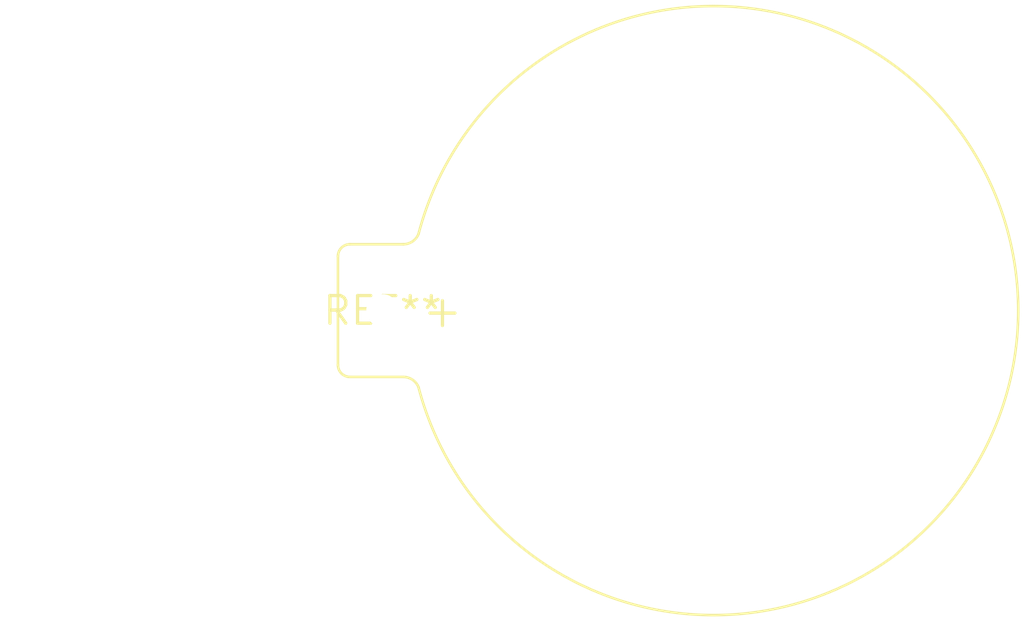
<source format=kicad_pcb>
(kicad_pcb (version 20240108) (generator pcbnew)
  (layers (0 "F.Cu" signal) (31 "B.Cu" signal) (34 "B.Paste" user) (35 "F.Paste" user) (36 "B.SilkS" user "B.Silkscreen") (37 "F.SilkS" user "F.Silkscreen") (38 "B.Mask" user) (39 "F.Mask" user) (44 "Edge.Cuts" user))
  (net 0 "")
  (footprint "BatteryHolder_Keystone_105_1x2430" (layer "F.Cu") (at 0 0)
    (property "Reference" "REF**")
    (property "Value" "BatteryHolder_Keystone_105_1x2430")
    (fp_line (start -2.05 -2.5) (end -2.05 2.5) (layer "F.SilkS") (stroke (width 0.12)))
    (fp_line (start -1.5 3.05) (end 0.95 3.05) (layer "F.SilkS") (stroke (width 0.12)))
    (fp_line (start 0.95 -3.05) (end -1.5 -3.05) (layer "F.SilkS") (stroke (width 0.12)))
    (fp_arc (start -2.05 -2.5) (mid -1.888909 -2.888909) (end -1.5 -3.05) (layer "F.SilkS") (stroke (width 0.12)))
    (fp_arc (start -1.5 3.05) (mid -1.888909 2.888909) (end -2.05 2.5) (layer "F.SilkS") (stroke (width 0.12)))
    (fp_arc (start 0.95 3.05) (mid 1.371574 3.1784) (end 1.65 3.52) (layer "F.SilkS") (stroke (width 0.12)))
    (fp_arc (start 1.65 -3.52) (mid 1.371575 -3.1784) (end 0.95 -3.05) (layer "F.SilkS") (stroke (width 0.12)))
    (fp_arc (start 1.65 -3.52) (mid 16.974433 -13.886953) (end 29.2 0) (layer "F.SilkS") (stroke (width 0.12)))
    (fp_arc (start 29.2 0) (mid 16.974433 13.886952) (end 1.65 3.52) (layer "F.SilkS") (stroke (width 0.12)))
    (fp_text user "+" (at 2.75 0 0) (layer "F.SilkS") (effects (font (size 1.5 1.5))))
    (pad "1" thru_hole rect (at 0 0) (size 3 3) (drill 1.5) (layers *.Cu *.Mask) (remove_unused_layers))
    (pad "2" thru_hole circle (at 20.49 0) (size 3 3) (drill 1.5) (layers *.Cu *.Mask) (remove_unused_layers))
  )
)
</source>
